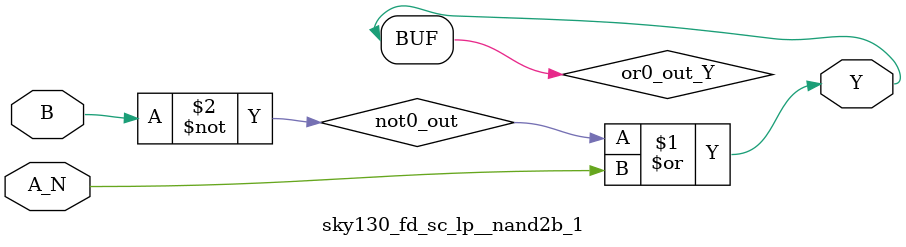
<source format=v>
/*
 * Copyright 2020 The SkyWater PDK Authors
 *
 * Licensed under the Apache License, Version 2.0 (the "License");
 * you may not use this file except in compliance with the License.
 * You may obtain a copy of the License at
 *
 *     https://www.apache.org/licenses/LICENSE-2.0
 *
 * Unless required by applicable law or agreed to in writing, software
 * distributed under the License is distributed on an "AS IS" BASIS,
 * WITHOUT WARRANTIES OR CONDITIONS OF ANY KIND, either express or implied.
 * See the License for the specific language governing permissions and
 * limitations under the License.
 *
 * SPDX-License-Identifier: Apache-2.0
*/


`ifndef SKY130_FD_SC_LP__NAND2B_1_FUNCTIONAL_V
`define SKY130_FD_SC_LP__NAND2B_1_FUNCTIONAL_V

/**
 * nand2b: 2-input NAND, first input inverted.
 *
 * Verilog simulation functional model.
 */

`timescale 1ns / 1ps
`default_nettype none

`celldefine
module sky130_fd_sc_lp__nand2b_1 (
    Y  ,
    A_N,
    B
);

    // Module ports
    output Y  ;
    input  A_N;
    input  B  ;

    // Local signals
    wire not0_out ;
    wire or0_out_Y;

    //  Name  Output     Other arguments
    not not0 (not0_out , B              );
    or  or0  (or0_out_Y, not0_out, A_N  );
    buf buf0 (Y        , or0_out_Y      );

endmodule
`endcelldefine

`default_nettype wire
`endif  // SKY130_FD_SC_LP__NAND2B_1_FUNCTIONAL_V

</source>
